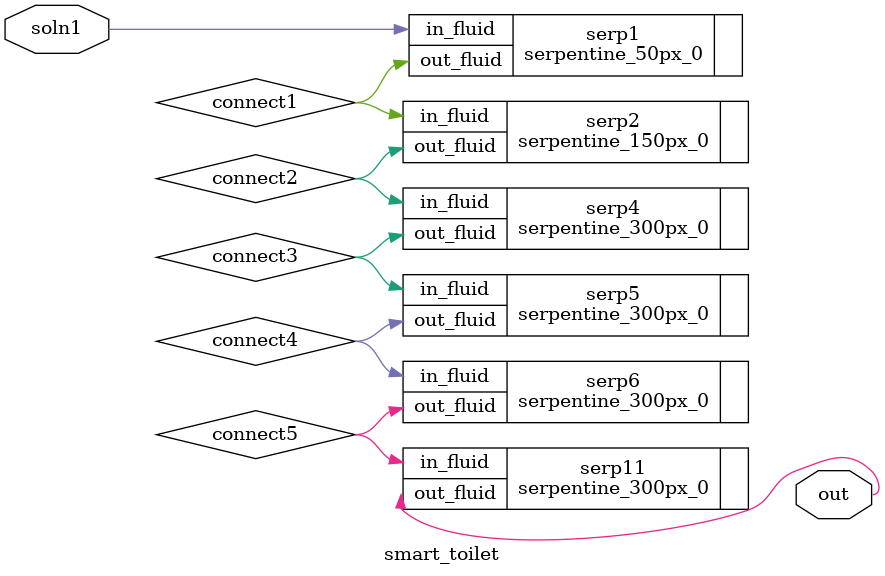
<source format=v>
module smart_toilet (
    soln1,
    //soln2,
    //soln3,
    out
);

input   soln1; 
//, soln2, soln3;
output  out;

// connect0,  

wire    connect1,  connect2,  connect3,  connect4,  connect5;
//,  connect6,  connect7;
//,  connect8,  connect9,
//        connect10, connect11, connect12;

// serpentine_25px_0   serp0   (.in_fluid(soln1), .out_fluid(connect0));

serpentine_50px_0   serp1   (.in_fluid(soln1), .out_fluid(connect1));
serpentine_150px_0  serp2   (.in_fluid(connect1), .out_fluid(connect2));

//diffmix_25px_0      mix0    (.a_fluid(soln1), .b_fluid(connect2), .out_fluid(connect3));

//serpentine_300px_0  serp3   (.in_fluid(soln3), .out_fluid(connect4));
serpentine_300px_0  serp4   (.in_fluid(connect2), .out_fluid(connect3));
serpentine_300px_0  serp5   (.in_fluid(connect3), .out_fluid(connect4));
serpentine_300px_0  serp6   (.in_fluid(connect4), .out_fluid(connect5));
// serpentine_300px_0  serp7   (.in_fluid(connect8), .out_fluid(connect9));
// serpentine_300px_0  serp8   (.in_fluid(connect9), .out_fluid(connect10));
// serpentine_300px_0  serp9   (.in_fluid(connect10), .out_fluid(connect11));
// serpentine_300px_0  serp10  (.in_fluid(connect11), .out_fluid(connect12));

//diffmix_25px_0      mix1    (.a_fluid(connect3), .b_fluid(connect6), .out_fluid(connect7));

serpentine_300px_0  serp11  (.in_fluid(connect5), .out_fluid(out));

endmodule
</source>
